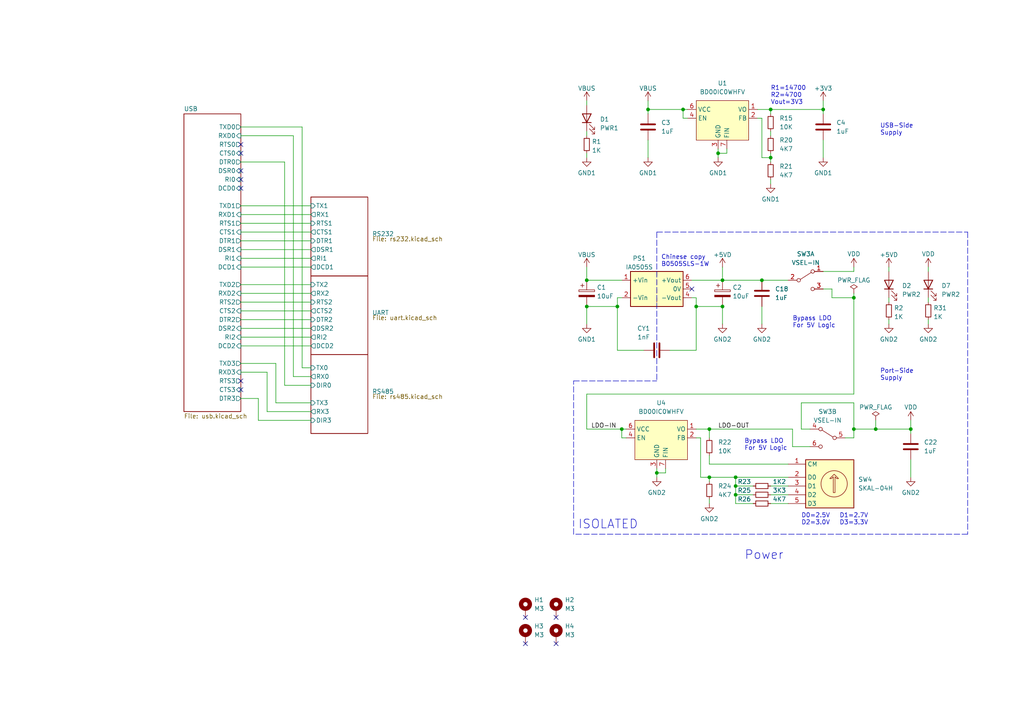
<source format=kicad_sch>
(kicad_sch (version 20211123) (generator eeschema)
  (paper "A4")
  (title_block (title "CH344 Isolated Serial Adapter") (date "2024-01-12") (rev "2") (company "Sleepy Pony Labs"))
  (lib_symbols
    (symbol "Converter_DCDC:IA0505S"
      (property "Reference" "PS" (at -7.62 6.35 0))
      (property "Value" "IA0505S" (at 1.27 6.35 0))
      (symbol "IA0505S_0_0"
        (pin power_in line (at -10.16 2.54 0) (length 2.54) (name "+Vin") (number "1"))
        (pin power_in line (at -10.16 -2.54 0) (length 2.54) (name "-Vin") (number "2"))
        (pin power_out line (at 10.16 -2.54 180) (length 2.54) (name "-Vout") (number "4"))
        (pin power_out line (at 10.16 0 180) (length 2.54) (name "0V") (number "5"))
        (pin power_out line (at 10.16 2.54 180) (length 2.54) (name "+Vout") (number "6"))
      )
      (symbol "IA0505S_0_1"
        (rectangle (start -7.62 5.08) (end 7.62 -5.08) (stroke (width 0.254)) (fill (type background)))
        (polyline (pts (xy 0 -2.54) (xy 0 -3.81)))
        (polyline (pts (xy 0 0) (xy 0 -1.27)))
        (polyline (pts (xy 0 2.54) (xy 0 1.27)))
        (polyline (pts (xy 0 5.08) (xy 0 3.81)))
      )
    )
    (symbol "Device:C" (pin_numbers hide) (pin_names (offset 0.254))
      (property "Reference" "C" (at 0.635 2.54 0))
      (property "Value" "C" (at 0.635 -2.54 0))
      (symbol "C_0_1"
        (polyline (pts (xy -2.032 -0.762) (xy 2.032 -0.762)) (stroke (width 0.508)))
        (polyline (pts (xy -2.032 0.762) (xy 2.032 0.762)) (stroke (width 0.508)))
      )
      (symbol "C_1_1"
        (pin passive line (at 0 3.81 270) (length 2.794) (name "~") (number "1"))
        (pin passive line (at 0 -3.81 90) (length 2.794) (name "~") (number "2"))
      )
    )
    (symbol "Device:C_Polarized" (pin_numbers hide) (pin_names (offset 0.254))
      (property "Reference" "C" (at 0.635 2.54 0))
      (property "Value" "C_Polarized" (at 0.635 -2.54 0))
      (symbol "C_Polarized_0_1"
        (rectangle (start -2.286 0.508) (end 2.286 1.016))
        (polyline (pts (xy -1.778 2.286) (xy -0.762 2.286)))
        (polyline (pts (xy -1.27 2.794) (xy -1.27 1.778)))
        (rectangle (start 2.286 -0.508) (end -2.286 -1.016) (fill (type outline)))
      )
      (symbol "C_Polarized_1_1"
        (pin passive line (at 0 3.81 270) (length 2.794) (name "~") (number "1"))
        (pin passive line (at 0 -3.81 90) (length 2.794) (name "~") (number "2"))
      )
    )
    (symbol "Device:LED" (pin_numbers hide) (pin_names (offset 1.016) hide)
      (property "Reference" "D" (at 0 2.54 0))
      (property "Value" "LED" (at 0 -2.54 0))
      (symbol "LED_0_1"
        (polyline (pts (xy -1.27 -1.27) (xy -1.27 1.27)) (stroke (width 0.254)))
        (polyline (pts (xy -1.27 0) (xy 1.27 0)))
        (polyline (pts (xy 1.27 -1.27) (xy 1.27 1.27) (xy -1.27 0) (xy 1.27 -1.27)) (stroke (width 0.254)))
        (polyline (pts (xy -3.048 -0.762) (xy -4.572 -2.286) (xy -3.81 -2.286) (xy -4.572 -2.286) (xy -4.572 -1.524)))
        (polyline (pts (xy -1.778 -0.762) (xy -3.302 -2.286) (xy -2.54 -2.286) (xy -3.302 -2.286) (xy -3.302 -1.524)))
      )
      (symbol "LED_1_1"
        (pin passive line (at -3.81 0 0) (length 2.54) (name "K") (number "1"))
        (pin passive line (at 3.81 0 180) (length 2.54) (name "A") (number "2"))
      )
    )
    (symbol "Device:R_Small" (pin_numbers hide) (pin_names (offset 0.254) hide)
      (property "Reference" "R" (at 0.762 0.508 0))
      (property "Value" "R_Small" (at 0.762 -1.016 0))
      (symbol "R_Small_0_1"
        (rectangle (start -0.762 1.778) (end 0.762 -1.778) (stroke (width 0.2032)))
      )
      (symbol "R_Small_1_1"
        (pin passive line (at 0 2.54 270) (length 0.762) (name "~") (number "1"))
        (pin passive line (at 0 -2.54 90) (length 0.762) (name "~") (number "2"))
      )
    )
    (symbol "Mechanical:MountingHole_Pad" (pin_numbers hide) (pin_names (offset 1.016) hide)
      (property "Reference" "H" (at 0 6.35 0))
      (property "Value" "MountingHole_Pad" (at 0 4.445 0))
      (symbol "MountingHole_Pad_0_1"
        (circle (center 0 1.27) (radius 1.27) (stroke (width 1.27)))
      )
      (symbol "MountingHole_Pad_1_1"
        (pin input line (at 0 -2.54 90) (length 2.54) (name "1") (number "1"))
      )
    )
    (symbol "Switch:SW_Coded"
      (property "Reference" "SW" (at -6.35 8.89 0))
      (property "Value" "SW_Coded" (at -6.35 -7.62 0))
      (symbol "SW_Coded_0_1"
        (circle (center -0.635 0.635) (radius 3.81))
        (polyline (pts (xy -0.889 -1.905) (xy -0.889 2.667) (xy -1.397 2.159) (xy -1.905 2.159) (xy -0.635 3.429) (xy 0.635 2.159) (xy 0.127 2.159) (xy -0.381 2.667) (xy -0.381 -1.905) (xy -0.889 -1.905) (xy -0.889 -1.905)))
        (rectangle (start 7.62 7.62) (end -6.35 -6.35) (stroke (width 0.254)) (fill (type background)))
      )
      (symbol "SW_Coded_1_1"
        (pin passive line (at 12.7 6.35 180) (length 5.08) (name "CM") (number "1"))
        (pin passive line (at 12.7 2.54 180) (length 5.08) (name "D0") (number "2"))
        (pin passive line (at 12.7 0 180) (length 5.08) (name "D1") (number "3"))
        (pin passive line (at 12.7 -2.54 180) (length 5.08) (name "D2") (number "4"))
        (pin passive line (at 12.7 -5.08 180) (length 5.08) (name "D3") (number "5"))
      )
    )
    (symbol "Switch:SW_DPDT_x2" (pin_names (offset 0) hide)
      (property "Reference" "SW" (at 0 4.318 0))
      (property "Value" "SW_DPDT_x2" (at 0 -5.08 0))
      (symbol "SW_DPDT_x2_0_0"
        (circle (center -2.032 0) (radius 0.508))
        (circle (center 2.032 -2.54) (radius 0.508))
      )
      (symbol "SW_DPDT_x2_0_1"
        (polyline (pts (xy -1.524 0.254) (xy 1.651 2.286)))
        (circle (center 2.032 2.54) (radius 0.508))
      )
      (symbol "SW_DPDT_x2_1_1"
        (pin passive line (at 5.08 2.54 180) (length 2.54) (name "A") (number "1"))
        (pin passive line (at -5.08 0 0) (length 2.54) (name "B") (number "2"))
        (pin passive line (at 5.08 -2.54 180) (length 2.54) (name "C") (number "3"))
      )
      (symbol "SW_DPDT_x2_2_1"
        (pin passive line (at 5.08 2.54 180) (length 2.54) (name "A") (number "4"))
        (pin passive line (at -5.08 0 0) (length 2.54) (name "B") (number "5"))
        (pin passive line (at 5.08 -2.54 180) (length 2.54) (name "C") (number "6"))
      )
    )
    (symbol "isolated_serial_adapter:BD00IC0WHFV"
      (property "Reference" "U" (at 0 8.89 0))
      (property "Value" "BD00IC0WHFV" (at 0 6.35 0))
      (symbol "BD00IC0WHFV_0_1"
        (rectangle (start -7.62 5.08) (end 7.62 -6.35) (fill (type background)))
      )
      (symbol "BD00IC0WHFV_1_1"
        (pin power_out line (at 10.16 2.54 180) (length 2.54) (name "VO") (number "1"))
        (pin input line (at 10.16 0 180) (length 2.54) (name "FB") (number "2"))
        (pin power_in line (at -1.27 -8.89 90) (length 2.54) (name "GND") (number "3"))
        (pin input line (at -10.16 0 0) (length 2.54) (name "EN") (number "4"))
        (pin no_connect line (at -10.16 -2.54 0) (length 2.54) hide (name "NC") (number "5"))
        (pin power_in line (at -10.16 2.54 0) (length 2.54) (name "VCC") (number "6"))
        (pin power_in line (at 1.27 -8.89 90) (length 2.54) (name "FIN") (number "7"))
      )
    )
    (symbol "power:+3V3" (power) (pin_names (offset 0))
      (property "Value" "+3V3" (at 0 3.556 0))
      (symbol "+3V3_0_1"
        (polyline (pts (xy -0.762 1.27) (xy 0 2.54)))
        (polyline (pts (xy 0 0) (xy 0 2.54)))
        (polyline (pts (xy 0 2.54) (xy 0.762 1.27)))
      )
      (symbol "+3V3_1_1"
        (pin power_in line (at 0 0 90) (length 0) hide (name "+3V3") (number "1"))
      )
    )
    (symbol "power:+5VD" (power) (pin_names (offset 0))
      (property "Value" "+5VD" (at 0 3.556 0))
      (symbol "+5VD_0_1"
        (polyline (pts (xy -0.762 1.27) (xy 0 2.54)))
        (polyline (pts (xy 0 0) (xy 0 2.54)))
        (polyline (pts (xy 0 2.54) (xy 0.762 1.27)))
      )
      (symbol "+5VD_1_1"
        (pin power_in line (at 0 0 90) (length 0) hide (name "+5VD") (number "1"))
      )
    )
    (symbol "power:GND1" (power) (pin_names (offset 0))
      (property "Value" "GND1" (at 0 -3.81 0))
      (symbol "GND1_0_1"
        (polyline (pts (xy 0 0) (xy 0 -1.27) (xy 1.27 -1.27) (xy 0 -2.54) (xy -1.27 -1.27) (xy 0 -1.27)))
      )
      (symbol "GND1_1_1"
        (pin power_in line (at 0 0 270) (length 0) hide (name "GND1") (number "1"))
      )
    )
    (symbol "power:GND2" (power) (pin_names (offset 0))
      (property "Value" "GND2" (at 0 -3.81 0))
      (symbol "GND2_0_1"
        (polyline (pts (xy 0 0) (xy 0 -1.27) (xy 1.27 -1.27) (xy 0 -2.54) (xy -1.27 -1.27) (xy 0 -1.27)))
      )
      (symbol "GND2_1_1"
        (pin power_in line (at 0 0 270) (length 0) hide (name "GND2") (number "1"))
      )
    )
    (symbol "power:PWR_FLAG" (power) (pin_numbers hide) (pin_names (offset 0) hide)
      (property "Value" "PWR_FLAG" (at 0 3.81 0))
      (symbol "PWR_FLAG_0_0"
        (pin power_out line (at 0 0 90) (length 0) (name "pwr") (number "1"))
      )
      (symbol "PWR_FLAG_0_1"
        (polyline (pts (xy 0 0) (xy 0 1.27) (xy -1.016 1.905) (xy 0 2.54) (xy 1.016 1.905) (xy 0 1.27)))
      )
    )
    (symbol "power:VBUS" (power) (pin_names (offset 0))
      (property "Value" "VBUS" (at 0 3.81 0))
      (symbol "VBUS_0_1"
        (polyline (pts (xy -0.762 1.27) (xy 0 2.54)))
        (polyline (pts (xy 0 0) (xy 0 2.54)))
        (polyline (pts (xy 0 2.54) (xy 0.762 1.27)))
      )
      (symbol "VBUS_1_1"
        (pin power_in line (at 0 0 90) (length 0) hide (name "VBUS") (number "1"))
      )
    )
    (symbol "power:VDD" (power) (pin_names (offset 0))
      (property "Value" "VDD" (at 0 3.81 0))
      (symbol "VDD_0_1"
        (polyline (pts (xy -0.762 1.27) (xy 0 2.54)))
        (polyline (pts (xy 0 0) (xy 0 2.54)))
        (polyline (pts (xy 0 2.54) (xy 0.762 1.27)))
      )
      (symbol "VDD_1_1"
        (pin power_in line (at 0 0 90) (length 0) hide (name "VDD") (number "1"))
      )
    )
  )
  (junction (at 170.18 81.28))
  (junction (at 209.55 81.28))
  (junction (at 220.98 81.28))
  (junction (at 205.74 138.43))
  (junction (at 208.28 44.45))
  (junction (at 254 124.46))
  (junction (at 209.55 88.9))
  (junction (at 223.52 45.72))
  (junction (at 213.36 140.97))
  (junction (at 213.36 143.51))
  (junction (at 190.5 137.16))
  (junction (at 180.34 124.46))
  (junction (at 198.12 31.75))
  (junction (at 264.16 124.46))
  (junction (at 179.07 88.9))
  (junction (at 170.18 88.9))
  (junction (at 205.74 124.46))
  (junction (at 187.96 31.75))
  (junction (at 213.36 138.43))
  (junction (at 201.93 88.9))
  (junction (at 247.65 86.36))
  (junction (at 223.52 31.75))
  (junction (at 247.65 124.46))
  (junction (at 238.76 31.75))
  (no_connect (at 69.85 110.49))
  (no_connect (at 69.85 113.03))
  (no_connect (at 200.66 83.82))
  (no_connect (at 152.4 179.07))
  (no_connect (at 152.4 186.69))
  (no_connect (at 161.29 186.69))
  (no_connect (at 161.29 179.07))
  (no_connect (at 69.85 49.53))
  (no_connect (at 69.85 52.07))
  (no_connect (at 69.85 54.61))
  (no_connect (at 69.85 41.91))
  (no_connect (at 69.85 44.45))
  (wire (pts (xy 257.81 92.71) (xy 257.81 93.98)))
  (wire (pts (xy 208.28 44.45) (xy 208.28 45.72)))
  (wire (pts (xy 218.44 140.97) (xy 213.36 140.97)))
  (wire (pts (xy 180.34 124.46) (xy 181.61 124.46)))
  (wire (pts (xy 210.82 44.45) (xy 210.82 43.18)))
  (polyline (pts (xy 280.67 67.31) (xy 280.67 154.94)))
  (wire (pts (xy 238.76 78.74) (xy 247.65 78.74)))
  (wire (pts (xy 74.93 115.57) (xy 74.93 121.92)))
  (wire (pts (xy 209.55 88.9) (xy 209.55 93.98)))
  (wire (pts (xy 179.07 101.6) (xy 179.07 88.9)))
  (wire (pts (xy 77.47 119.38) (xy 90.17 119.38)))
  (wire (pts (xy 69.85 92.71) (xy 90.17 92.71)))
  (wire (pts (xy 238.76 83.82) (xy 241.3 83.82)))
  (wire (pts (xy 201.93 88.9) (xy 209.55 88.9)))
  (wire (pts (xy 254 121.92) (xy 254 124.46)))
  (wire (pts (xy 209.55 77.47) (xy 209.55 81.28)))
  (wire (pts (xy 201.93 127) (xy 203.2 127)))
  (wire (pts (xy 90.17 109.22) (xy 85.09 109.22)))
  (wire (pts (xy 170.18 38.1) (xy 170.18 39.37)))
  (wire (pts (xy 269.24 92.71) (xy 269.24 93.98)))
  (wire (pts (xy 201.93 86.36) (xy 201.93 88.9)))
  (wire (pts (xy 170.18 29.21) (xy 170.18 30.48)))
  (wire (pts (xy 198.12 31.75) (xy 198.12 34.29)))
  (wire (pts (xy 69.85 72.39) (xy 90.17 72.39)))
  (wire (pts (xy 190.5 135.89) (xy 190.5 137.16)))
  (wire (pts (xy 213.36 140.97) (xy 213.36 138.43)))
  (wire (pts (xy 205.74 124.46) (xy 205.74 127)))
  (wire (pts (xy 257.81 77.47) (xy 257.81 78.74)))
  (wire (pts (xy 69.85 115.57) (xy 74.93 115.57)))
  (wire (pts (xy 69.85 90.17) (xy 90.17 90.17)))
  (wire (pts (xy 247.65 78.74) (xy 247.65 77.47)))
  (wire (pts (xy 190.5 137.16) (xy 190.5 138.43)))
  (wire (pts (xy 223.52 38.1) (xy 223.52 39.37)))
  (wire (pts (xy 205.74 138.43) (xy 205.74 139.7)))
  (wire (pts (xy 247.65 86.36) (xy 247.65 114.3)))
  (wire (pts (xy 269.24 77.47) (xy 269.24 78.74)))
  (wire (pts (xy 190.5 137.16) (xy 193.04 137.16)))
  (wire (pts (xy 205.74 124.46) (xy 229.87 124.46)))
  (wire (pts (xy 247.65 124.46) (xy 254 124.46)))
  (wire (pts (xy 247.65 124.46) (xy 247.65 116.84)))
  (wire (pts (xy 74.93 121.92) (xy 90.17 121.92)))
  (wire (pts (xy 77.47 107.95) (xy 77.47 119.38)))
  (wire (pts (xy 218.44 146.05) (xy 213.36 146.05)))
  (wire (pts (xy 213.36 138.43) (xy 228.6 138.43)))
  (wire (pts (xy 85.09 109.22) (xy 85.09 39.37)))
  (wire (pts (xy 223.52 45.72) (xy 220.98 45.72)))
  (wire (pts (xy 69.85 100.33) (xy 90.17 100.33)))
  (wire (pts (xy 194.31 101.6) (xy 201.93 101.6)))
  (wire (pts (xy 69.85 87.63) (xy 90.17 87.63)))
  (wire (pts (xy 247.65 127) (xy 247.65 124.46)))
  (wire (pts (xy 186.69 101.6) (xy 179.07 101.6)))
  (wire (pts (xy 208.28 43.18) (xy 208.28 44.45)))
  (wire (pts (xy 170.18 124.46) (xy 180.34 124.46)))
  (polyline (pts (xy 190.5 67.31) (xy 280.67 67.31)))
  (wire (pts (xy 241.3 86.36) (xy 247.65 86.36)))
  (wire (pts (xy 213.36 143.51) (xy 213.36 140.97)))
  (wire (pts (xy 208.28 44.45) (xy 210.82 44.45)))
  (wire (pts (xy 69.85 107.95) (xy 77.47 107.95)))
  (wire (pts (xy 220.98 81.28) (xy 228.6 81.28)))
  (wire (pts (xy 238.76 40.64) (xy 238.76 45.72)))
  (wire (pts (xy 69.85 97.79) (xy 90.17 97.79)))
  (wire (pts (xy 187.96 31.75) (xy 198.12 31.75)))
  (wire (pts (xy 257.81 86.36) (xy 257.81 87.63)))
  (wire (pts (xy 69.85 62.23) (xy 90.17 62.23)))
  (wire (pts (xy 232.41 124.46) (xy 234.95 124.46)))
  (wire (pts (xy 223.52 45.72) (xy 223.52 46.99)))
  (wire (pts (xy 223.52 140.97) (xy 228.6 140.97)))
  (wire (pts (xy 264.16 133.35) (xy 264.16 138.43)))
  (wire (pts (xy 170.18 44.45) (xy 170.18 45.72)))
  (wire (pts (xy 247.65 114.3) (xy 170.18 114.3)))
  (wire (pts (xy 80.01 105.41) (xy 80.01 116.84)))
  (wire (pts (xy 82.55 46.99) (xy 69.85 46.99)))
  (wire (pts (xy 90.17 111.76) (xy 82.55 111.76)))
  (wire (pts (xy 80.01 116.84) (xy 90.17 116.84)))
  (wire (pts (xy 223.52 31.75) (xy 238.76 31.75)))
  (wire (pts (xy 218.44 143.51) (xy 213.36 143.51)))
  (wire (pts (xy 223.52 143.51) (xy 228.6 143.51)))
  (wire (pts (xy 69.85 64.77) (xy 90.17 64.77)))
  (wire (pts (xy 223.52 31.75) (xy 223.52 33.02)))
  (wire (pts (xy 82.55 111.76) (xy 82.55 46.99)))
  (wire (pts (xy 205.74 144.78) (xy 205.74 146.05)))
  (wire (pts (xy 179.07 86.36) (xy 180.34 86.36)))
  (wire (pts (xy 69.85 105.41) (xy 80.01 105.41)))
  (wire (pts (xy 180.34 124.46) (xy 180.34 127)))
  (wire (pts (xy 245.11 127) (xy 247.65 127)))
  (wire (pts (xy 69.85 67.31) (xy 90.17 67.31)))
  (wire (pts (xy 238.76 31.75) (xy 238.76 33.02)))
  (wire (pts (xy 229.87 124.46) (xy 229.87 129.54)))
  (wire (pts (xy 220.98 88.9) (xy 220.98 93.98)))
  (wire (pts (xy 69.85 74.93) (xy 90.17 74.93)))
  (wire (pts (xy 205.74 138.43) (xy 203.2 138.43)))
  (wire (pts (xy 187.96 29.21) (xy 187.96 31.75)))
  (wire (pts (xy 254 124.46) (xy 264.16 124.46)))
  (wire (pts (xy 247.65 116.84) (xy 232.41 116.84)))
  (wire (pts (xy 187.96 31.75) (xy 187.96 33.02)))
  (wire (pts (xy 205.74 138.43) (xy 213.36 138.43)))
  (wire (pts (xy 229.87 129.54) (xy 234.95 129.54)))
  (wire (pts (xy 203.2 138.43) (xy 203.2 127)))
  (wire (pts (xy 232.41 116.84) (xy 232.41 124.46)))
  (wire (pts (xy 201.93 124.46) (xy 205.74 124.46)))
  (wire (pts (xy 87.63 36.83) (xy 69.85 36.83)))
  (wire (pts (xy 220.98 45.72) (xy 220.98 34.29)))
  (wire (pts (xy 200.66 86.36) (xy 201.93 86.36)))
  (wire (pts (xy 238.76 29.21) (xy 238.76 31.75)))
  (wire (pts (xy 264.16 121.92) (xy 264.16 124.46)))
  (wire (pts (xy 223.52 44.45) (xy 223.52 45.72)))
  (wire (pts (xy 269.24 86.36) (xy 269.24 87.63)))
  (wire (pts (xy 69.85 82.55) (xy 90.17 82.55)))
  (wire (pts (xy 69.85 77.47) (xy 90.17 77.47)))
  (wire (pts (xy 90.17 106.68) (xy 87.63 106.68)))
  (wire (pts (xy 170.18 77.47) (xy 170.18 81.28)))
  (wire (pts (xy 180.34 127) (xy 181.61 127)))
  (wire (pts (xy 205.74 132.08) (xy 205.74 134.62)))
  (wire (pts (xy 193.04 137.16) (xy 193.04 135.89)))
  (wire (pts (xy 223.52 146.05) (xy 228.6 146.05)))
  (wire (pts (xy 87.63 106.68) (xy 87.63 36.83)))
  (wire (pts (xy 213.36 146.05) (xy 213.36 143.51)))
  (wire (pts (xy 219.71 34.29) (xy 220.98 34.29)))
  (wire (pts (xy 170.18 81.28) (xy 180.34 81.28)))
  (wire (pts (xy 201.93 101.6) (xy 201.93 88.9)))
  (wire (pts (xy 205.74 134.62) (xy 228.6 134.62)))
  (wire (pts (xy 241.3 83.82) (xy 241.3 86.36)))
  (wire (pts (xy 69.85 85.09) (xy 90.17 85.09)))
  (wire (pts (xy 179.07 86.36) (xy 179.07 88.9)))
  (wire (pts (xy 170.18 88.9) (xy 179.07 88.9)))
  (wire (pts (xy 85.09 39.37) (xy 69.85 39.37)))
  (wire (pts (xy 198.12 31.75) (xy 199.39 31.75)))
  (wire (pts (xy 187.96 40.64) (xy 187.96 45.72)))
  (wire (pts (xy 170.18 88.9) (xy 170.18 93.98)))
  (wire (pts (xy 69.85 69.85) (xy 90.17 69.85)))
  (wire (pts (xy 200.66 81.28) (xy 209.55 81.28)))
  (wire (pts (xy 69.85 95.25) (xy 90.17 95.25)))
  (polyline (pts (xy 166.37 154.94) (xy 166.37 110.49)))
  (wire (pts (xy 264.16 124.46) (xy 264.16 125.73)))
  (wire (pts (xy 223.52 52.07) (xy 223.52 53.34)))
  (wire (pts (xy 69.85 59.69) (xy 90.17 59.69)))
  (wire (pts (xy 198.12 34.29) (xy 199.39 34.29)))
  (polyline (pts (xy 280.67 154.94) (xy 166.37 154.94)))
  (wire (pts (xy 219.71 31.75) (xy 223.52 31.75)))
  (wire (pts (xy 209.55 81.28) (xy 220.98 81.28)))
  (polyline (pts (xy 166.37 110.49) (xy 190.5 110.49)))
  (wire (pts (xy 170.18 114.3) (xy 170.18 124.46)))
  (polyline (pts (xy 190.5 67.31) (xy 190.5 110.49)))
  (wire (pts (xy 247.65 85.09) (xy 247.65 86.36)))
  (text "D0=2.5V   D1=2.7V\nD2=3.0V   D3=3.3V" (at 232.41 152.4 0) (effects (font (size 1.27 1.27)) (justify left bottom)))
  (text "ISOLATED" (at 167.64 153.67 0) (effects (font (size 2.54 2.54)) (justify left bottom)))
  (text "Power" (at 215.9 162.56 0) (effects (font (size 2.54 2.54)) (justify left bottom)))
  (text "Bypass LDO\nFor 5V Logic" (at 215.9 130.81 0) (effects (font (size 1.27 1.27)) (justify left bottom)))
  (text "Bypass LDO\nFor 5V Logic" (at 229.87 95.25 0) (effects (font (size 1.27 1.27)) (justify left bottom)))
  (text "USB-Side\nSupply" (at 255.27 39.37 0) (effects (font (size 1.27 1.27)) (justify left bottom)))
  (text "R1=14700\nR2=4700\nVout=3V3" (at 223.52 30.48 0) (effects (font (size 1.27 1.27)) (justify left bottom)))
  (text "Port-Side\nSupply" (at 255.27 110.49 0) (effects (font (size 1.27 1.27)) (justify left bottom)))
  (text "Chinese copy\nB0505SLS-1W" (at 191.77 77.47 0) (effects (font (size 1.27 1.27)) (justify left bottom)))
  (label "LDO-OUT" (at 208.28 124.46 0))
  (label "LDO-IN" (at 171.45 124.46 0))
  (symbol (lib_id "Mechanical:MountingHole_Pad") (at 152.4 176.53 0) (unit 1)
    (property "Reference" "H1" (at 154.94 173.9899 0) (effects (justify left)))
    (property "Value" "M3" (at 154.94 176.5299 0) (effects (justify left)))
    (property "Footprint" "MountingHole:MountingHole_3.2mm_M3_DIN965_Pad" (effects hide))
  )
  (symbol (lib_id "power:GND2") (at 190.5 138.43 0) (unit 1)
    (property "Reference" "#PWR071" (effects hide))
    (property "Value" "GND2" (at 190.5 142.8734 0))
  )
  (symbol (lib_id "power:GND2") (at 257.81 93.98 0) (unit 1)
    (property "Reference" "#PWR013" (effects hide))
    (property "Value" "GND2" (at 257.81 98.4234 0))
  )
  (symbol (lib_id "power:GND2") (at 205.74 146.05 0) (unit 1)
    (property "Reference" "#PWR081" (effects hide))
    (property "Value" "GND2" (at 205.74 150.4934 0))
  )
  (symbol (lib_id "Device:LED") (at 269.24 82.55 90) (unit 1)
    (property "Reference" "D7" (at 273.05 82.8674 90) (effects (justify right)))
    (property "Value" "PWR2" (at 273.05 85.4074 90) (effects (justify right)))
    (property "Footprint" "LED_THT:LED_D3.0mm_Clear" (effects hide))
  )
  (symbol (lib_id "Device:R_Small") (at 257.81 90.17 0) (unit 1)
    (property "Reference" "R2" (at 259.3086 89.3353 0) (effects (justify left)))
    (property "Value" "1K" (at 259.3086 91.8722 0) (effects (justify left)))
    (property "Footprint" "Resistor_SMD:R_0603_1608Metric" (effects hide))
  )
  (symbol (lib_id "power:GND1") (at 187.96 45.72 0) (unit 1)
    (property "Reference" "#PWR07" (effects hide))
    (property "Value" "GND1" (at 187.96 50.1634 0))
  )
  (symbol (lib_id "Device:R_Small") (at 269.24 90.17 0) (unit 1)
    (property "Reference" "R31" (at 270.7386 89.3353 0) (effects (justify left)))
    (property "Value" "1K" (at 270.7386 91.8722 0) (effects (justify left)))
    (property "Footprint" "Resistor_SMD:R_0603_1608Metric" (effects hide))
  )
  (symbol (lib_id "Device:R_Small") (at 220.98 140.97 90) (unit 1)
    (property "Reference" "R23" (at 215.9 139.7 90))
    (property "Value" "1K2" (at 226.06 139.7 90))
    (property "Footprint" "Resistor_SMD:R_0603_1608Metric" (effects hide))
  )
  (symbol (lib_id "Device:LED") (at 257.81 82.55 90) (unit 1)
    (property "Reference" "D2" (at 261.62 82.8674 90) (effects (justify right)))
    (property "Value" "PWR2" (at 261.62 85.4074 90) (effects (justify right)))
    (property "Footprint" "LED_THT:LED_D3.0mm_Clear" (effects hide))
  )
  (symbol (lib_id "Device:C_Polarized") (at 209.55 85.09 0) (unit 1)
    (property "Reference" "C2" (at 212.471 83.3663 0) (effects (justify left)))
    (property "Value" "10uF" (at 212.471 85.9032 0) (effects (justify left)))
    (property "Footprint" "Capacitor_THT:CP_Radial_D4.0mm_P1.50mm" (effects hide))
  )
  (symbol (lib_id "power:GND1") (at 170.18 45.72 0) (unit 1)
    (property "Reference" "#PWR012" (effects hide))
    (property "Value" "GND1" (at 170.18 50.1634 0))
  )
  (symbol (lib_id "power:PWR_FLAG") (at 247.65 85.09 0) (unit 1)
    (property "Reference" "#FLG0102" (effects hide))
    (property "Value" "PWR_FLAG" (at 247.65 81.28 0))
  )
  (symbol (lib_id "Mechanical:MountingHole_Pad") (at 161.29 184.15 0) (unit 1)
    (property "Reference" "H4" (at 163.83 181.6099 0) (effects (justify left)))
    (property "Value" "M3" (at 163.83 184.1499 0) (effects (justify left)))
    (property "Footprint" "MountingHole:MountingHole_3.2mm_M3_DIN965_Pad" (effects hide))
  )
  (symbol (lib_id "power:GND2") (at 269.24 93.98 0) (unit 1)
    (property "Reference" "#PWR0121" (effects hide))
    (property "Value" "GND2" (at 269.24 98.4234 0))
  )
  (symbol (lib_id "power:+3V3") (at 238.76 29.21 0) (unit 1)
    (property "Reference" "#PWR06" (effects hide))
    (property "Value" "+3V3" (at 238.76 25.6342 0))
  )
  (symbol (lib_id "power:+5VD") (at 257.81 77.47 0) (unit 1)
    (property "Reference" "#PWR02" (effects hide))
    (property "Value" "+5VD" (at 257.81 73.8942 0))
  )
  (symbol (lib_id "power:GND1") (at 223.52 53.34 0) (unit 1)
    (property "Reference" "#PWR048" (effects hide))
    (property "Value" "GND1" (at 223.52 57.7834 0))
  )
  (symbol (lib_id "Device:C") (at 190.5 101.6 90) (unit 1)
    (property "Reference" "CY1" (at 186.69 95.25 90))
    (property "Value" "1nF" (at 186.69 97.79 90))
    (property "Footprint" "Capacitor_THT:C_Disc_D7.5mm_W5.0mm_P7.50mm" (effects hide))
  )
  (symbol (lib_id "Device:R_Small") (at 223.52 41.91 0) (unit 1)
    (property "Reference" "R20" (at 226.06 40.6399 0) (effects (justify left)))
    (property "Value" "4K7" (at 226.06 43.1799 0) (effects (justify left)))
    (property "Footprint" "Resistor_SMD:R_0603_1608Metric" (effects hide))
  )
  (symbol (lib_id "Mechanical:MountingHole_Pad") (at 152.4 184.15 0) (unit 1)
    (property "Reference" "H3" (at 154.94 181.6099 0) (effects (justify left)))
    (property "Value" "M3" (at 154.94 184.1499 0) (effects (justify left)))
    (property "Footprint" "MountingHole:MountingHole_3.2mm_M3_DIN965_Pad" (effects hide))
  )
  (symbol (lib_id "Switch:SW_DPDT_x2") (at 233.68 81.28 0) (unit 1)
    (property "Reference" "SW3" (at 233.68 73.66 0))
    (property "Value" "VSEL-IN" (at 233.68 76.2 0))
    (property "Footprint" "isolated_serial_adapter:SW_DEALON_SK-22D02-G3_DPDT_Angled" (effects hide))
  )
  (symbol (lib_id "power:VBUS") (at 170.18 77.47 0) (unit 1)
    (property "Reference" "#PWR03" (effects hide))
    (property "Value" "VBUS" (at 170.18 73.8942 0))
  )
  (symbol (lib_id "power:GND1") (at 238.76 45.72 0) (unit 1)
    (property "Reference" "#PWR09" (effects hide))
    (property "Value" "GND1" (at 238.76 50.1634 0))
  )
  (symbol (lib_id "Device:R_Small") (at 170.18 41.91 0) (unit 1)
    (property "Reference" "R1" (at 171.6786 41.0753 0) (effects (justify left)))
    (property "Value" "1K" (at 171.6786 43.6122 0) (effects (justify left)))
    (property "Footprint" "Resistor_SMD:R_0603_1608Metric" (effects hide))
  )
  (symbol (lib_id "Device:R_Small") (at 220.98 143.51 90) (unit 1)
    (property "Reference" "R25" (at 215.9 142.24 90))
    (property "Value" "3K3" (at 226.06 142.24 90))
    (property "Footprint" "Resistor_SMD:R_0603_1608Metric" (effects hide))
  )
  (symbol (lib_id "Device:C_Polarized") (at 170.18 85.09 0) (unit 1)
    (property "Reference" "C1" (at 173.101 83.3663 0) (effects (justify left)))
    (property "Value" "10uF" (at 173.101 85.9032 0) (effects (justify left)))
    (property "Footprint" "Capacitor_THT:CP_Radial_D4.0mm_P1.50mm" (effects hide))
  )
  (symbol (lib_id "Device:C") (at 264.16 129.54 0) (unit 1)
    (property "Reference" "C22" (at 267.97 128.2699 0) (effects (justify left)))
    (property "Value" "1uF" (at 267.97 130.8099 0) (effects (justify left)))
    (property "Footprint" "Capacitor_SMD:C_0603_1608Metric" (effects hide))
  )
  (symbol (lib_id "isolated_serial_adapter:BD00IC0WHFV") (at 191.77 127 0) (unit 1)
    (property "Reference" "U4" (at 191.77 116.84 0))
    (property "Value" "BD00IC0WHFV" (at 191.77 119.38 0))
    (property "Footprint" "Package_TO_SOT_SMD:HVSOF6" (effects hide))
    (property "Datasheet" "https://fscdn.rohm.com/en/products/databook/datasheet/ic/power/linear_regulator/bdxxic0w-e.pdf" (effects hide))
  )
  (symbol (lib_id "Device:C") (at 220.98 85.09 0) (unit 1)
    (property "Reference" "C18" (at 224.79 83.8199 0) (effects (justify left)))
    (property "Value" "1uF" (at 224.79 86.3599 0) (effects (justify left)))
    (property "Footprint" "Capacitor_SMD:C_0603_1608Metric" (effects hide))
  )
  (symbol (lib_id "Device:R_Small") (at 205.74 142.24 0) (unit 1)
    (property "Reference" "R24" (at 208.28 140.9699 0) (effects (justify left)))
    (property "Value" "4K7" (at 208.28 143.5099 0) (effects (justify left)))
    (property "Footprint" "Resistor_SMD:R_0603_1608Metric" (effects hide))
  )
  (symbol (lib_id "power:GND1") (at 208.28 45.72 0) (unit 1)
    (property "Reference" "#PWR08" (effects hide))
    (property "Value" "GND1" (at 208.28 50.1634 0))
  )
  (symbol (lib_id "Device:R_Small") (at 205.74 129.54 0) (unit 1)
    (property "Reference" "R22" (at 208.28 128.2699 0) (effects (justify left)))
    (property "Value" "10K" (at 208.28 130.8099 0) (effects (justify left)))
    (property "Footprint" "Resistor_SMD:R_0603_1608Metric" (effects hide))
  )
  (symbol (lib_id "Device:LED") (at 170.18 34.29 90) (unit 1)
    (property "Reference" "D1" (at 173.99 34.6074 90) (effects (justify right)))
    (property "Value" "PWR1" (at 173.99 37.1474 90) (effects (justify right)))
    (property "Footprint" "LED_THT:LED_D3.0mm_Clear" (effects hide))
  )
  (symbol (lib_id "Device:C") (at 238.76 36.83 0) (unit 1)
    (property "Reference" "C4" (at 242.57 35.5599 0) (effects (justify left)))
    (property "Value" "1uF" (at 242.57 38.0999 0) (effects (justify left)))
    (property "Footprint" "Capacitor_SMD:C_0603_1608Metric" (effects hide))
  )
  (symbol (lib_id "Switch:SW_Coded") (at 241.3 140.97 0) (mirror y) (unit 1)
    (property "Reference" "SW4" (at 248.92 139.0649 0) (effects (justify right)))
    (property "Value" "SKAL-04H" (at 248.92 141.6049 0) (effects (justify right)))
    (property "Footprint" "isolated_serial_adapter:SM_Switch_SKAL-04H" (effects hide))
  )
  (symbol (lib_id "power:GND2") (at 220.98 93.98 0) (unit 1)
    (property "Reference" "#PWR067" (effects hide))
    (property "Value" "GND2" (at 220.98 98.4234 0))
  )
  (symbol (lib_id "power:GND1") (at 170.18 93.98 0) (unit 1)
    (property "Reference" "#PWR010" (effects hide))
    (property "Value" "GND1" (at 170.18 98.4234 0))
  )
  (symbol (lib_id "power:VBUS") (at 170.18 29.21 0) (unit 1)
    (property "Reference" "#PWR01" (effects hide))
    (property "Value" "VBUS" (at 170.18 25.6342 0))
  )
  (symbol (lib_id "power:GND2") (at 264.16 138.43 0) (unit 1)
    (property "Reference" "#PWR077" (effects hide))
    (property "Value" "GND2" (at 264.16 142.8734 0))
  )
  (symbol (lib_id "power:VDD") (at 247.65 77.47 0) (unit 1)
    (property "Reference" "#PWR051" (effects hide))
    (property "Value" "VDD" (at 247.65 73.66 0))
  )
  (symbol (lib_id "Device:R_Small") (at 223.52 35.56 0) (unit 1)
    (property "Reference" "R15" (at 226.06 34.2899 0) (effects (justify left)))
    (property "Value" "10K" (at 226.06 36.8299 0) (effects (justify left)))
    (property "Footprint" "Resistor_SMD:R_0603_1608Metric" (effects hide))
  )
  (symbol (lib_id "Device:C") (at 187.96 36.83 0) (unit 1)
    (property "Reference" "C3" (at 191.77 35.5599 0) (effects (justify left)))
    (property "Value" "1uF" (at 191.77 38.0999 0) (effects (justify left)))
    (property "Footprint" "Capacitor_SMD:C_0603_1608Metric" (effects hide))
  )
  (symbol (lib_id "power:VBUS") (at 187.96 29.21 0) (unit 1)
    (property "Reference" "#PWR05" (effects hide))
    (property "Value" "VBUS" (at 187.96 25.6342 0))
  )
  (symbol (lib_id "Converter_DCDC:IA0505S") (at 190.5 83.82 0) (unit 1)
    (property "Reference" "PS1" (at 185.42 74.93 0))
    (property "Value" "IA0505S" (at 185.42 77.47 0))
    (property "Footprint" "Converter_DCDC:Converter_DCDC_XP_POWER-IAxxxxS_THT" (effects hide))
    (property "Datasheet" "https://www.xppower.com/pdfs/SF_IA.pdf" (effects hide))
  )
  (symbol (lib_id "power:PWR_FLAG") (at 254 121.92 0) (unit 1)
    (property "Reference" "#FLG0101" (effects hide))
    (property "Value" "PWR_FLAG" (at 254 118.11 0))
  )
  (symbol (lib_id "power:+5VD") (at 209.55 77.47 0) (unit 1)
    (property "Reference" "#PWR04" (effects hide))
    (property "Value" "+5VD" (at 209.55 73.8942 0))
  )
  (symbol (lib_id "power:VDD") (at 264.16 121.92 0) (unit 1)
    (property "Reference" "#PWR068" (effects hide))
    (property "Value" "VDD" (at 264.16 118.11 0))
  )
  (symbol (lib_id "Mechanical:MountingHole_Pad") (at 161.29 176.53 0) (unit 1)
    (property "Reference" "H2" (at 163.83 173.9899 0) (effects (justify left)))
    (property "Value" "M3" (at 163.83 176.5299 0) (effects (justify left)))
    (property "Footprint" "MountingHole:MountingHole_3.2mm_M3_DIN965_Pad" (effects hide))
  )
  (symbol (lib_id "power:GND2") (at 209.55 93.98 0) (unit 1)
    (property "Reference" "#PWR011" (effects hide))
    (property "Value" "GND2" (at 209.55 98.4234 0))
  )
  (symbol (lib_id "isolated_serial_adapter:BD00IC0WHFV") (at 209.55 34.29 0) (unit 1)
    (property "Reference" "U1" (at 209.55 24.13 0))
    (property "Value" "BD00IC0WHFV" (at 209.55 26.67 0))
    (property "Footprint" "Package_TO_SOT_SMD:HVSOF6" (effects hide))
    (property "Datasheet" "https://fscdn.rohm.com/en/products/databook/datasheet/ic/power/linear_regulator/bdxxic0w-e.pdf" (effects hide))
  )
  (symbol (lib_id "Device:R_Small") (at 223.52 49.53 0) (unit 1)
    (property "Reference" "R21" (at 226.06 48.2599 0) (effects (justify left)))
    (property "Value" "4K7" (at 226.06 50.7999 0) (effects (justify left)))
    (property "Footprint" "Resistor_SMD:R_0603_1608Metric" (effects hide))
  )
  (symbol (lib_id "power:VDD") (at 269.24 77.47 0) (unit 1)
    (property "Reference" "#PWR0120" (effects hide))
    (property "Value" "VDD" (at 269.24 73.66 0))
  )
  (symbol (lib_id "Device:R_Small") (at 220.98 146.05 90) (unit 1)
    (property "Reference" "R26" (at 215.9 144.78 90))
    (property "Value" "4K7" (at 226.06 144.78 90))
    (property "Footprint" "Resistor_SMD:R_0603_1608Metric" (effects hide))
  )
  (symbol (lib_id "Switch:SW_DPDT_x2") (at 240.03 127 0) (mirror y) (unit 2)
    (property "Reference" "SW3" (at 240.03 119.38 0))
    (property "Value" "VSEL-IN" (at 240.03 121.92 0))
    (property "Footprint" "isolated_serial_adapter:SW_DEALON_SK-22D02-G3_DPDT_Angled" (effects hide))
  )
  (sheet (at 90.17 102.87) (size 16.51 22.86) (stroke (width 0.1524))
    (property "Sheet name" "RS485" (at 107.95 114.3 0) (effects (justify left bottom)))
    (property "Sheet file" "rs485.kicad_sch" (at 107.95 114.3 0) (effects (justify left top)))
    (pin "RX3" output (at 90.17 119.38 180))
    (pin "TX3" input (at 90.17 116.84 180))
    (pin "DIR3" input (at 90.17 121.92 180))
    (pin "RX0" output (at 90.17 109.22 180))
    (pin "TX0" input (at 90.17 106.68 180))
    (pin "DIR0" input (at 90.17 111.76 180))
  )
  (sheet (at 53.34 33.02) (size 16.51 86.36) (stroke (width 0.1524))
    (property "Sheet name" "USB" (at 53.34 32.3084 0) (effects (justify left bottom)))
    (property "Sheet file" "usb.kicad_sch" (at 53.34 119.9646 0) (effects (justify left top)))
    (pin "CTS1" input (at 69.85 67.31 0))
    (pin "DSR1" input (at 69.85 72.39 0))
    (pin "DTR1" output (at 69.85 69.85 0))
    (pin "RI1" input (at 69.85 74.93 0))
    (pin "DCD1" input (at 69.85 77.47 0))
    (pin "RXD2" input (at 69.85 85.09 0))
    (pin "TXD2" output (at 69.85 82.55 0))
    (pin "RTS2" output (at 69.85 87.63 0))
    (pin "RTS1" output (at 69.85 64.77 0))
    (pin "RXD1" input (at 69.85 62.23 0))
    (pin "TXD1" output (at 69.85 59.69 0))
    (pin "DCD0" input (at 69.85 54.61 0))
    (pin "RI2" input (at 69.85 97.79 0))
    (pin "DSR2" input (at 69.85 95.25 0))
    (pin "CTS2" input (at 69.85 90.17 0))
    (pin "DTR2" output (at 69.85 92.71 0))
    (pin "DCD2" input (at 69.85 100.33 0))
    (pin "TXD0" output (at 69.85 36.83 0))
    (pin "RXD3" input (at 69.85 107.95 0))
    (pin "TXD3" output (at 69.85 105.41 0))
    (pin "RTS3" output (at 69.85 110.49 0))
    (pin "CTS3" input (at 69.85 113.03 0))
    (pin "DTR3" output (at 69.85 115.57 0))
    (pin "DSR0" input (at 69.85 49.53 0))
    (pin "CTS0" input (at 69.85 44.45 0))
    (pin "DTR0" output (at 69.85 46.99 0))
    (pin "RXD0" input (at 69.85 39.37 0))
    (pin "RTS0" output (at 69.85 41.91 0))
    (pin "RI0" input (at 69.85 52.07 0))
  )
  (sheet (at 90.17 80.01) (size 16.51 22.86) (stroke (width 0.1524))
    (property "Sheet name" "UART" (at 107.95 91.44 0) (effects (justify left bottom)))
    (property "Sheet file" "uart.kicad_sch" (at 107.95 91.44 0) (effects (justify left top)))
    (pin "RTS2" input (at 90.17 87.63 180))
    (pin "DTR2" input (at 90.17 92.71 180))
    (pin "DSR2" output (at 90.17 95.25 180))
    (pin "CTS2" output (at 90.17 90.17 180))
    (pin "RI2" output (at 90.17 97.79 180))
    (pin "DCD2" output (at 90.17 100.33 180))
    (pin "TX2" input (at 90.17 82.55 180))
    (pin "RX2" output (at 90.17 85.09 180))
  )
  (sheet (at 90.17 57.15) (size 16.51 22.86) (stroke (width 0.1524))
    (property "Sheet name" "RS232" (at 107.95 68.58 0) (effects (justify left bottom)))
    (property "Sheet file" "rs232.kicad_sch" (at 107.95 68.58 0) (effects (justify left top)))
    (pin "TX1" input (at 90.17 59.69 180))
    (pin "RX1" output (at 90.17 62.23 180))
    (pin "RTS1" input (at 90.17 64.77 180))
    (pin "CTS1" output (at 90.17 67.31 180))
    (pin "DTR1" input (at 90.17 69.85 180))
    (pin "DSR1" output (at 90.17 72.39 180))
    (pin "RI1" output (at 90.17 74.93 180))
    (pin "DCD1" output (at 90.17 77.47 180))
  )
)
</source>
